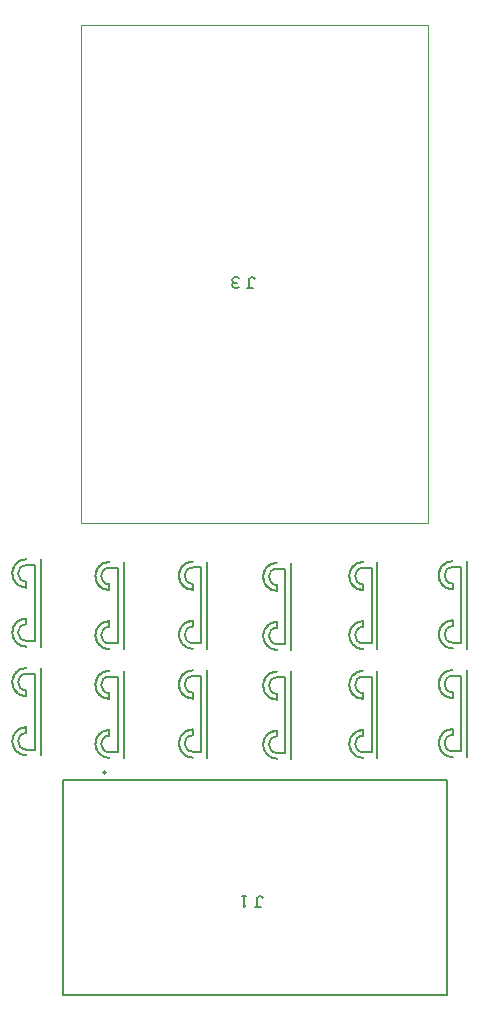
<source format=gto>
G04 EasyPC Gerber Version 21.0.3 Build 4286 *
G04 #@! TF.Part,Single*
G04 #@! TF.FileFunction,Legend,Top *
G04 #@! TF.FilePolarity,Positive *
%FSLAX45Y45*%
%MOIN*%
%ADD76C,0.00394*%
%ADD10C,0.00500*%
%ADD75C,0.00787*%
X0Y0D02*
D02*
D10*
X25135Y89544D02*
G75*
G03X21298Y82063J-4724D01*
G01*
G75*
G03X25159Y80095I3837J2756*
G01*
G75*
G02X25135Y89544I-24J4724*
G01*
X25106Y87576*
G75*
G03X25136Y82063I30J-2756*
G01*
X27892*
Y107261*
X25136*
G75*
G03X25135Y101748J-2756*
G01*
X25136Y99780*
X25135Y99780D02*
G75*
G02Y109229J4724D01*
G01*
G75*
G03X21298Y107261I0J-4724*
G01*
G75*
G03X25135Y99780I3837J-2756*
G01*
Y125794D02*
G75*
G03X21298Y118313J-4724D01*
G01*
G75*
G03X25159Y116345I3837J2756*
G01*
G75*
G02X25135Y125794I-24J4724*
G01*
X25106Y123826*
G75*
G03X25136Y118313I30J-2756*
G01*
X27892*
Y143511*
X25136*
G75*
G03X25135Y137998J-2756*
G01*
X25136Y136030*
X25135Y136030D02*
G75*
G02Y145479J4724D01*
G01*
G75*
G03X21298Y143511I0J-4724*
G01*
G75*
G03X25135Y136030I3837J-2756*
G01*
X27892Y82063D02*
Y107261D01*
Y118313D02*
Y143511D01*
X29860Y109229D02*
Y80095D01*
Y145479D02*
Y116345D01*
X52842Y88670D02*
G75*
G03X49005Y81189J-4724D01*
G01*
G75*
G03X52865Y79221I3837J2756*
G01*
G75*
G02X52842Y88670I-24J4724*
G01*
X52812Y86702*
G75*
G03X52842Y81190I30J-2756*
G01*
X55598*
Y106387*
X52842*
G75*
G03X52842Y100875J-2756*
G01*
X52842Y98907*
X52842Y98906D02*
G75*
G02Y108355J4724D01*
G01*
G75*
G03X49004Y106387I0J-4724*
G01*
G75*
G03X52842Y98906I3837J-2756*
G01*
Y124920D02*
G75*
G03X49005Y117439J-4724D01*
G01*
G75*
G03X52865Y115471I3837J2756*
G01*
G75*
G02X52842Y124920I-24J4724*
G01*
X52812Y122952*
G75*
G03X52842Y117440I30J-2756*
G01*
X55598*
Y142637*
X52842*
G75*
G03X52842Y137125J-2756*
G01*
X52842Y135157*
X52842Y135156D02*
G75*
G02Y144605J4724D01*
G01*
G75*
G03X49004Y142637I0J-4724*
G01*
G75*
G03X52842Y135156I3837J-2756*
G01*
X55598Y81190D02*
Y106387D01*
Y117440D02*
Y142637D01*
X57567Y108356D02*
Y79222D01*
Y144606D02*
Y115472D01*
X80673Y88795D02*
G75*
G03X76836Y81314J-4724D01*
G01*
G75*
G03X80696Y79346I3837J2756*
G01*
G75*
G02X80673Y88795I-24J4724*
G01*
X80643Y86827*
G75*
G03X80673Y81315I30J-2756*
G01*
X83429*
Y106512*
X80673*
G75*
G03X80673Y101000J-2756*
G01*
X80673Y99031*
X80673Y99031D02*
G75*
G02Y108480J4724D01*
G01*
G75*
G03X76835Y106512I0J-4724*
G01*
G75*
G03X80673Y99031I3837J-2756*
G01*
Y125045D02*
G75*
G03X76836Y117564J-4724D01*
G01*
G75*
G03X80696Y115596I3837J2756*
G01*
G75*
G02X80673Y125045I-24J4724*
G01*
X80643Y123077*
G75*
G03X80673Y117565I30J-2756*
G01*
X83429*
Y142762*
X80673*
G75*
G03X80673Y137250J-2756*
G01*
X80673Y135281*
X80673Y135281D02*
G75*
G02Y144730J4724D01*
G01*
G75*
G03X76835Y142762I0J-4724*
G01*
G75*
G03X80673Y135281I3837J-2756*
G01*
X83429Y81315D02*
Y106512D01*
Y117565D02*
Y142762D01*
X85398Y108480D02*
Y79346D01*
Y144730D02*
Y115596D01*
X101301Y238987D02*
X100989Y239300D01*
X100364Y239613*
X99739Y239300*
X99426Y238987*
Y235863*
X98801*
X99426D02*
X100676D01*
X95989Y239300D02*
X95364Y239613D01*
X94739*
X94114Y239300*
X93801Y238675*
X94114Y238050*
X94739Y237737*
X95364*
X94739D02*
X94114Y237425D01*
X93801Y236800*
X94114Y236175*
X94739Y235863*
X95364*
X95989Y236175*
X103869Y32674D02*
X103556Y32986D01*
X102931Y33299*
X102306Y32986*
X101994Y32674*
Y29549*
X101369*
X101994D02*
X103244D01*
X98244Y33299D02*
X96994D01*
X97619D02*
Y29549D01*
X98244Y30174*
X108754Y88421D02*
G75*
G03X104917Y80940J-4724D01*
G01*
G75*
G03X108777Y78972I3837J2756*
G01*
G75*
G02X108754Y88421I-24J4724*
G01*
X108724Y86453*
G75*
G03X108754Y80940I30J-2756*
G01*
X111510*
Y106137*
X108754*
G75*
G03X108754Y100625J-2756*
G01*
X108754Y98657*
X108754Y98657D02*
G75*
G02Y108106J4724D01*
G01*
G75*
G03X104916Y106137I0J-4724*
G01*
G75*
G03X108754Y98657I3837J-2756*
G01*
Y124671D02*
G75*
G03X104917Y117190J-4724D01*
G01*
G75*
G03X108777Y115222I3837J2756*
G01*
G75*
G02X108754Y124671I-24J4724*
G01*
X108724Y122703*
G75*
G03X108754Y117190I30J-2756*
G01*
X111510*
Y142387*
X108754*
G75*
G03X108754Y136875J-2756*
G01*
X108754Y134907*
X108754Y134907D02*
G75*
G02Y144356J4724D01*
G01*
G75*
G03X104916Y142387I0J-4724*
G01*
G75*
G03X108754Y134907I3837J-2756*
G01*
X111510Y80940D02*
Y106137D01*
Y117190D02*
Y142387D01*
X113478Y108106D02*
Y78972D01*
Y144356D02*
Y115222D01*
X137458Y88670D02*
G75*
G03X133621Y81189J-4724D01*
G01*
G75*
G03X137482Y79221I3837J2756*
G01*
G75*
G02X137458Y88670I-24J4724*
G01*
X137428Y86702*
G75*
G03X137459Y81190I30J-2756*
G01*
X140215*
Y106387*
X137459*
G75*
G03X137458Y100875J-2756*
G01*
X137459Y98907*
X137458Y98906D02*
G75*
G02Y108355J4724D01*
G01*
G75*
G03X133621Y106387I0J-4724*
G01*
G75*
G03X137458Y98906I3837J-2756*
G01*
Y124920D02*
G75*
G03X133621Y117439J-4724D01*
G01*
G75*
G03X137482Y115471I3837J2756*
G01*
G75*
G02X137458Y124920I-24J4724*
G01*
X137428Y122952*
G75*
G03X137459Y117440I30J-2756*
G01*
X140215*
Y142637*
X137459*
G75*
G03X137458Y137125J-2756*
G01*
X137459Y135157*
X137458Y135156D02*
G75*
G02Y144605J4724D01*
G01*
G75*
G03X133621Y142637I0J-4724*
G01*
G75*
G03X137458Y135156I3837J-2756*
G01*
X140215Y81190D02*
Y106387D01*
Y117440D02*
Y142637D01*
X142183Y108356D02*
Y79222D01*
Y144606D02*
Y115472D01*
X167286Y88920D02*
G75*
G03X163449Y81439J-4724D01*
G01*
G75*
G03X167310Y79471I3837J2756*
G01*
G75*
G02X167286Y88920I-24J4724*
G01*
X167256Y86952*
G75*
G03X167287Y81439I30J-2756*
G01*
X170043*
Y106637*
X167287*
G75*
G03X167286Y101124J-2756*
G01*
X167287Y99156*
X167286Y99156D02*
G75*
G02Y108605J4724D01*
G01*
G75*
G03X163449Y106637I0J-4724*
G01*
G75*
G03X167286Y99156I3837J-2756*
G01*
Y125170D02*
G75*
G03X163449Y117689J-4724D01*
G01*
G75*
G03X167310Y115721I3837J2756*
G01*
G75*
G02X167286Y125170I-24J4724*
G01*
X167256Y123202*
G75*
G03X167287Y117689I30J-2756*
G01*
X170043*
Y142887*
X167287*
G75*
G03X167286Y137374J-2756*
G01*
X167287Y135406*
X167286Y135406D02*
G75*
G02Y144855J4724D01*
G01*
G75*
G03X163449Y142887I0J-4724*
G01*
G75*
G03X167286Y135406I3837J-2756*
G01*
X170043Y81439D02*
Y106637D01*
Y117689D02*
Y142887D01*
X172011Y108605D02*
Y79471D01*
Y144855D02*
Y115721D01*
D02*
D75*
X50607Y74323D02*
G75*
G02X51735I564D01*
G01*
X50607D02*
G75*
G02X51735I564D01*
G01*
G75*
G02X50607I-564*
G01*
X165278Y71929D02*
Y394D01*
X37404*
Y71929*
X165278*
D02*
D76*
X159096Y157558D02*
X43506D01*
Y323542*
X159096*
Y157558*
X0Y0D02*
M02*

</source>
